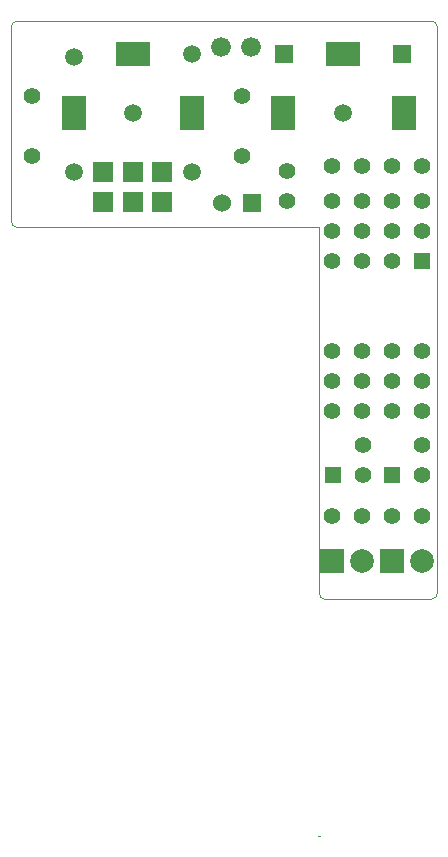
<source format=gts>
G04 (created by PCBNEW (2013-jul-07)-stable) date dom 15 mar 2015 21:02:07 CET*
%MOIN*%
G04 Gerber Fmt 3.4, Leading zero omitted, Abs format*
%FSLAX34Y34*%
G01*
G70*
G90*
G04 APERTURE LIST*
%ADD10C,0.00629921*%
%ADD11C,0.00393701*%
%ADD12C,0.055*%
%ADD13C,0.066*%
%ADD14R,0.06X0.06*%
%ADD15C,0.06*%
%ADD16R,0.055X0.055*%
%ADD17R,0.0787X0.0787*%
%ADD18C,0.0787*%
%ADD19R,0.0669291X0.0669291*%
%ADD20R,0.0787402X0.11811*%
%ADD21R,0.11811X0.0787402*%
%ADD22C,0.0590551*%
%ADD23R,0.0590551X0.0590551*%
G04 APERTURE END LIST*
G54D10*
G54D11*
X1502Y-12087D02*
X1502Y6778D01*
X-2238Y-12287D02*
X1302Y-12287D01*
X-2443Y108D02*
X-2638Y108D01*
X-2443Y-357D02*
X-2443Y108D01*
X-2443Y-12087D02*
X-2443Y-357D01*
X-12701Y6786D02*
X-12701Y306D01*
X-12501Y6986D02*
X1298Y6986D01*
X-12501Y6986D02*
G75*
G03X-12701Y6786I0J-200D01*
G74*
G01*
X-12441Y106D02*
X-12501Y106D01*
X-12701Y306D02*
G75*
G03X-12501Y106I200J0D01*
G74*
G01*
X-12441Y106D02*
X-11961Y106D01*
X-2641Y106D02*
X-12441Y106D01*
X-2441Y-12088D02*
G75*
G03X-2241Y-12288I200J0D01*
G74*
G01*
X1303Y-12288D02*
G75*
G03X1503Y-12088I0J200D01*
G74*
G01*
X1498Y6786D02*
G75*
G03X1298Y6986I-200J0D01*
G74*
G01*
X-2422Y-20180D02*
X-2461Y-20180D01*
G54D12*
X999Y-4998D03*
X999Y-5998D03*
X-2000Y1001D03*
X-2000Y1D03*
X-5000Y2501D03*
X-5000Y4501D03*
X-12000Y2501D03*
X-12000Y4501D03*
G54D13*
X-5717Y6119D03*
X-4717Y6119D03*
G54D14*
X-4663Y908D03*
G54D15*
X-5663Y908D03*
G54D16*
X-23Y-8132D03*
G54D12*
X977Y-8132D03*
X977Y-7132D03*
X0Y-9500D03*
X1000Y-9500D03*
X0Y1001D03*
X0Y1D03*
X-1000Y1001D03*
X-1000Y1D03*
X999Y1001D03*
X999Y1D03*
X-3500Y2001D03*
X-3500Y1001D03*
G54D16*
X999Y-998D03*
G54D12*
X0Y-998D03*
X-1000Y-998D03*
X-2000Y-998D03*
X-2000Y-3998D03*
X-1000Y-3998D03*
X0Y-3998D03*
X999Y-3998D03*
X-1000Y-5998D03*
X-1000Y-4998D03*
X-2000Y-5998D03*
X-2000Y-4998D03*
X0Y-5998D03*
X0Y-4998D03*
G54D17*
X0Y-11000D03*
G54D18*
X1000Y-11000D03*
G54D17*
X-2000Y-11000D03*
G54D18*
X-1000Y-11000D03*
G54D12*
X-1000Y-9500D03*
X-2000Y-9500D03*
G54D16*
X-1983Y-8132D03*
G54D12*
X-983Y-8132D03*
X-983Y-7132D03*
G54D19*
X-9642Y957D03*
X-9642Y1942D03*
X-8658Y957D03*
X-8658Y1942D03*
X-7674Y1942D03*
X-7674Y957D03*
G54D20*
X-10626Y3910D03*
X-6689Y3910D03*
G54D21*
X-8658Y5879D03*
G54D22*
X-8658Y3910D03*
X-6689Y5879D03*
X-10626Y5800D03*
X-10626Y1942D03*
X-6689Y1942D03*
G54D20*
X-3658Y3910D03*
X396Y3910D03*
G54D21*
X-1630Y5879D03*
G54D23*
X337Y5879D03*
X-3599Y5879D03*
G54D22*
X-1630Y3910D03*
G54D12*
X997Y2168D03*
X-3Y2168D03*
X-2003Y2168D03*
X-1003Y2168D03*
M02*

</source>
